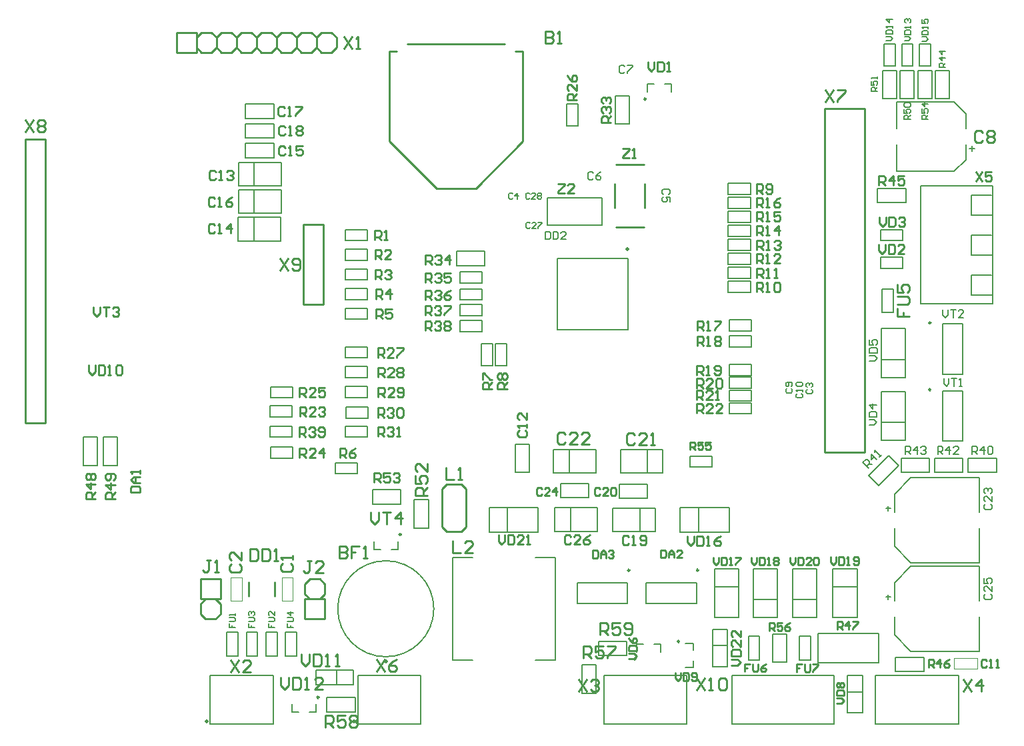
<source format=gto>
G04*
G04 #@! TF.GenerationSoftware,Altium Limited,Altium Designer,21.8.1 (53)*
G04*
G04 Layer_Color=65535*
%FSLAX44Y44*%
%MOMM*%
G71*
G04*
G04 #@! TF.SameCoordinates,DC6FBC13-50ED-4B09-903C-A93FE52865D5*
G04*
G04*
G04 #@! TF.FilePolarity,Positive*
G04*
G01*
G75*
%ADD10C,0.2500*%
%ADD11C,0.2000*%
%ADD12C,0.5000*%
%ADD13C,0.2540*%
%ADD14C,0.0500*%
%ADD15C,0.1500*%
%ADD16C,0.1800*%
D10*
X842250Y173500D02*
G03*
X842250Y173500I-1250J0D01*
G01*
X440250Y125000D02*
G03*
X440250Y125000I-1250J0D01*
G01*
X898000Y196000D02*
G03*
X898000Y196000I-1250J0D01*
G01*
X834750Y286500D02*
G03*
X834750Y286500I-1250J0D01*
G01*
X922250D02*
G03*
X922250Y286500I-1250J0D01*
G01*
X855500Y885500D02*
G03*
X855500Y885500I-1250J0D01*
G01*
X1217250Y601000D02*
G03*
X1217250Y601000I-1250J0D01*
G01*
Y516000D02*
G03*
X1217250Y516000I-1250J0D01*
G01*
X544500Y332000D02*
G03*
X544500Y332000I-1250J0D01*
G01*
X351000Y253500D02*
Y271500D01*
X384000Y253500D02*
Y271500D01*
D11*
X586000Y237500D02*
G03*
X586000Y237500I-61000J0D01*
G01*
X742500Y592500D02*
Y682500D01*
X832500Y592500D02*
Y682500D01*
X742500Y592500D02*
X832500D01*
X742500Y682500D02*
X832500D01*
X337500Y705000D02*
Y735000D01*
Y705000D02*
X391500D01*
Y735000D01*
X337500D02*
X391500D01*
X357500Y705000D02*
Y735000D01*
X844000Y182500D02*
Y192500D01*
X852000D01*
X874000Y182500D02*
Y192500D01*
X866000D02*
X874000D01*
X450000Y124500D02*
X486000D01*
X450000Y106500D02*
X486000D01*
X450000D02*
Y124500D01*
X486000Y106500D02*
Y124500D01*
X792250Y130000D02*
Y166000D01*
X774250Y130000D02*
Y166000D01*
X792250D01*
X774250Y130000D02*
X792250D01*
X795250Y178000D02*
X831250D01*
X795250Y196000D02*
X831250D01*
Y178000D02*
Y196000D01*
X795250Y178000D02*
Y196000D01*
X436000Y106000D02*
Y116000D01*
X428000Y106000D02*
X436000D01*
X406000D02*
Y116000D01*
Y106000D02*
X414000D01*
X905750Y193000D02*
X915750D01*
Y185000D02*
Y193000D01*
X905750Y163000D02*
X915750D01*
Y171000D01*
X768000Y244500D02*
Y270500D01*
X832000Y244500D02*
Y270500D01*
X768000Y244500D02*
X832000D01*
X768000Y270500D02*
X832000D01*
X855500D02*
X919500D01*
X855500Y244500D02*
X919500D01*
Y270500D01*
X855500Y244500D02*
Y270500D01*
X1094100Y90870D02*
Y153100D01*
X964560D02*
X1094100D01*
X964560Y90870D02*
Y153100D01*
Y90870D02*
X1094100D01*
X610000Y302500D02*
X635000D01*
X610000Y172500D02*
Y302500D01*
Y172500D02*
X635000D01*
X715000D02*
X740000D01*
Y302500D01*
X715000D02*
X740000D01*
X619000Y651500D02*
X647000D01*
X619000Y665500D02*
X647000D01*
Y651500D02*
Y665500D01*
X619000Y651500D02*
Y665500D01*
X961250Y531750D02*
X989250D01*
X961250Y517750D02*
X989250D01*
X961250D02*
Y531750D01*
X989250Y517750D02*
Y531750D01*
X989000Y590500D02*
Y604500D01*
X961000Y590500D02*
Y604500D01*
Y590500D02*
X989000D01*
X961000Y604500D02*
X989000D01*
Y570500D02*
Y584500D01*
X961000Y570500D02*
Y584500D01*
Y570500D02*
X989000D01*
X961000Y584500D02*
X989000D01*
X1171000Y318000D02*
Y340000D01*
X1192000Y296000D02*
X1279000D01*
X1171000Y317000D02*
Y318000D01*
Y317000D02*
X1192000Y296000D01*
X1279000D02*
Y340000D01*
Y360000D02*
Y404000D01*
X1171000Y383000D02*
X1192000Y404000D01*
X1171000Y382000D02*
Y383000D01*
X1192000Y404000D02*
X1279000D01*
X1171000Y360000D02*
Y382000D01*
X1160000Y365000D02*
X1166000D01*
X1163000Y362000D02*
Y368000D01*
X1155500Y614000D02*
Y644000D01*
X1169500D01*
Y614000D02*
Y644000D01*
X1155500Y614000D02*
X1169500D01*
X1153500Y670500D02*
Y684500D01*
X1181500Y670500D02*
Y684500D01*
X1153500D02*
X1181500D01*
X1153500Y670500D02*
X1181500D01*
X1153500Y705500D02*
Y719500D01*
X1181500Y705500D02*
Y719500D01*
X1153500D02*
X1181500D01*
X1153500Y705500D02*
X1181500D01*
X1269050Y738100D02*
X1295720D01*
X1269050D02*
Y763500D01*
X1294450D01*
X1269050Y712700D02*
X1294450D01*
X1269050Y687300D02*
Y712700D01*
Y687300D02*
X1295720D01*
X1269050Y636500D02*
X1295720D01*
X1269050D02*
Y661900D01*
X1294450D01*
X1204280Y775000D02*
X1295720D01*
X1204280Y625000D02*
Y775000D01*
Y625000D02*
X1295720D01*
Y775000D01*
X1149500Y753500D02*
Y771500D01*
X1185500Y753500D02*
Y771500D01*
X1149500D02*
X1185500D01*
X1149500Y753500D02*
X1185500D01*
X615000Y673750D02*
X651001D01*
X615000Y691750D02*
X651001D01*
Y673750D02*
Y691750D01*
X615000Y673750D02*
Y691750D01*
X989250Y534000D02*
Y548000D01*
X961250Y534000D02*
Y548000D01*
Y534000D02*
X989250D01*
X961250Y548000D02*
X989250D01*
X961250Y515500D02*
X989250D01*
X961250Y501500D02*
X989250D01*
X961250D02*
Y515500D01*
X989250Y501500D02*
Y515500D01*
X961250Y499250D02*
X989250D01*
X961250Y485250D02*
X989250D01*
X961250D02*
Y499250D01*
X989250Y485250D02*
Y499250D01*
X985500Y172500D02*
Y202500D01*
X999500D01*
Y172500D02*
Y202500D01*
X985500Y172500D02*
X999500D01*
X1016000Y169500D02*
X1034000D01*
X1016000Y205500D02*
X1034000D01*
X1016000Y169500D02*
Y205500D01*
X1034000Y169500D02*
Y205500D01*
X1050250Y172500D02*
Y202500D01*
X1064250D01*
Y172500D02*
Y202500D01*
X1050250Y172500D02*
X1064250D01*
X1074000Y168500D02*
Y206500D01*
X1151000Y168500D02*
Y206500D01*
X1074000D02*
X1151000D01*
X1074000Y168500D02*
X1151000D01*
X940000Y163500D02*
X959000D01*
X940000D02*
Y210500D01*
Y211500D01*
X959000D01*
Y163500D02*
Y211500D01*
X940000Y190500D02*
X959000D01*
X1163000Y249500D02*
Y255500D01*
X1160000Y252500D02*
X1166000D01*
X1171000Y247500D02*
Y269500D01*
X1192000Y291500D02*
X1279000D01*
X1171000Y269500D02*
Y270500D01*
X1192000Y291500D01*
X1279000Y247500D02*
Y291500D01*
Y183500D02*
Y227500D01*
X1171000Y204500D02*
X1192000Y183500D01*
X1171000Y204500D02*
Y205500D01*
X1192000Y183500D02*
X1279000D01*
X1171000Y205500D02*
Y227500D01*
X1172250Y157750D02*
X1208250D01*
X1172250Y175750D02*
X1208250D01*
Y157750D02*
Y175750D01*
X1172250Y157750D02*
Y175750D01*
X1111250Y132000D02*
X1130250D01*
Y105000D02*
Y153000D01*
X1111250D02*
X1130250D01*
X1111250Y152000D02*
Y153000D01*
Y105000D02*
Y152000D01*
Y105000D02*
X1130250D01*
X1147060Y90870D02*
X1252470D01*
X1147060D02*
Y153100D01*
X1252470D01*
Y90870D02*
Y153100D01*
X802060Y90870D02*
X907470D01*
X802060D02*
Y153100D01*
X907470D01*
Y90870D02*
Y153100D01*
X1123500Y226500D02*
Y288500D01*
X1092500D02*
X1123500D01*
X1092500Y226500D02*
Y288500D01*
Y226500D02*
X1123500D01*
X1092500Y265500D02*
X1123500D01*
X1041500Y249500D02*
X1072500D01*
X1041500Y288500D02*
X1072500D01*
Y226500D02*
Y288500D01*
X1041500Y226500D02*
X1072500D01*
X1041500D02*
Y288500D01*
X991500Y249500D02*
X1022500D01*
X991500Y288500D02*
X1022500D01*
Y226500D02*
Y288500D01*
X991500Y226500D02*
X1022500D01*
X991500D02*
Y288500D01*
X942500Y265500D02*
X973500D01*
X942500Y226500D02*
X973500D01*
X942500D02*
Y288500D01*
X973500D01*
Y226500D02*
Y288500D01*
X939250Y417750D02*
Y431750D01*
X911250Y417750D02*
Y431750D01*
Y417750D02*
X939250D01*
X911250Y431750D02*
X939250D01*
X821500Y377750D02*
X857500D01*
X821500Y395750D02*
X857500D01*
Y377750D02*
Y395750D01*
X821500Y377750D02*
Y395750D01*
X783000Y378500D02*
Y396500D01*
X747000Y378500D02*
Y396500D01*
Y378500D02*
X783000D01*
X747000Y396500D02*
X783000D01*
X679500Y335000D02*
Y366000D01*
X718500Y335000D02*
Y366000D01*
X656500Y335000D02*
X718500D01*
X656500D02*
Y366000D01*
X718500D01*
X759500Y335750D02*
Y365750D01*
X739500D02*
X793500D01*
Y335750D02*
Y365750D01*
X739500Y335750D02*
X793500D01*
X739500D02*
Y365750D01*
X922000Y335000D02*
Y366000D01*
X961000Y335000D02*
Y366000D01*
X899000Y335000D02*
X961000D01*
X899000D02*
Y366000D01*
X961000D01*
X847500Y335500D02*
Y365500D01*
X813500Y335500D02*
X867500D01*
X813500D02*
Y365500D01*
X867500D01*
Y335500D02*
Y365500D01*
X857000Y410000D02*
Y440000D01*
X823000Y410000D02*
X877000D01*
X823000D02*
Y440000D01*
X877000D01*
Y410000D02*
Y440000D01*
X758000Y410000D02*
Y440000D01*
X738000D02*
X792000D01*
Y410000D02*
Y440000D01*
X738000Y410000D02*
X792000D01*
X738000D02*
Y440000D01*
X689250Y446750D02*
X707250D01*
X689250Y410750D02*
X707250D01*
Y446750D01*
X689250Y410750D02*
Y446750D01*
X664500Y546500D02*
X678500D01*
X664500Y574500D02*
X678500D01*
X664500Y546500D02*
Y574500D01*
X678500Y546500D02*
Y574500D01*
X646750Y546500D02*
X660750D01*
X646750Y574500D02*
X660750D01*
X646750Y546500D02*
Y574500D01*
X660750Y546500D02*
Y574500D01*
X988000Y764250D02*
Y778250D01*
X960000Y764250D02*
Y778250D01*
Y764250D02*
X988000D01*
X960000Y778250D02*
X988000D01*
X987999Y746500D02*
Y760500D01*
X960000Y746500D02*
Y760500D01*
Y746500D02*
X987999D01*
X960000Y760500D02*
X987999D01*
X960000Y724750D02*
X988000D01*
X960000Y710750D02*
X988000D01*
X960000D02*
Y724750D01*
X988000Y710750D02*
Y724750D01*
X960000Y707000D02*
X988000D01*
X960000Y693000D02*
X988000D01*
X960000D02*
Y707000D01*
X988000Y693000D02*
Y707000D01*
Y675500D02*
Y689500D01*
X960000Y675500D02*
Y689500D01*
Y675500D02*
X988000D01*
X960000Y689500D02*
X988000D01*
Y657500D02*
Y671500D01*
X960000Y657500D02*
Y671500D01*
Y657500D02*
X988000D01*
X960000Y671500D02*
X988000D01*
Y639750D02*
Y653750D01*
X960000Y639750D02*
Y653750D01*
Y639750D02*
X988000D01*
X960000Y653750D02*
X988000D01*
X730500Y725000D02*
Y760000D01*
X797000D01*
X800000D01*
Y725000D02*
Y760000D01*
X730500Y725000D02*
X800000D01*
X754750Y879000D02*
X768750D01*
X754750Y851000D02*
X768750D01*
Y879000D01*
X754750Y851000D02*
Y879000D01*
X879250Y904500D02*
X887250D01*
Y894500D02*
Y904500D01*
X857250D02*
X865250D01*
X857250Y894500D02*
Y904500D01*
X816250Y889750D02*
X834250D01*
X816250Y853750D02*
X834250D01*
Y889750D01*
X816250Y853750D02*
Y889750D01*
X619000Y590000D02*
X647000D01*
X619000Y604000D02*
X647000D01*
Y590000D02*
Y604000D01*
X619000Y590000D02*
Y604000D01*
X618999Y610000D02*
Y624000D01*
X647000Y610000D02*
Y624000D01*
X618999D02*
X647000D01*
X618999Y610000D02*
X647000D01*
X619000Y630000D02*
Y644000D01*
X647000Y630000D02*
Y644000D01*
X619000D02*
X647000D01*
X619000Y630000D02*
X647000D01*
X561250Y340250D02*
X579250D01*
X561250Y376250D02*
X579250D01*
X561250Y340250D02*
Y376250D01*
X579250Y340250D02*
Y376250D01*
X508000Y370750D02*
Y388750D01*
X544000Y370750D02*
Y388750D01*
X508000D02*
X544000D01*
X508000Y370750D02*
X544000D01*
X463000Y140750D02*
Y159750D01*
X436000Y140750D02*
X484000D01*
Y159750D01*
X483000D02*
X484000D01*
X436000D02*
X483000D01*
X436000Y140750D02*
Y159750D01*
X382070Y90870D02*
Y153100D01*
X302060D02*
X382070D01*
X302060Y90870D02*
Y153100D01*
Y90870D02*
X382070D01*
X489560D02*
X569570D01*
X489560D02*
Y153100D01*
X569570D01*
Y90870D02*
Y153100D01*
X397500Y207500D02*
X411500D01*
X397500Y177500D02*
Y207500D01*
Y177500D02*
X411500D01*
Y207500D01*
X373000D02*
X387000D01*
X373000Y177500D02*
Y207500D01*
Y177500D02*
X387000D01*
Y207500D01*
X348000D02*
X362000D01*
X348000Y177500D02*
Y207500D01*
Y177500D02*
X362000D01*
Y207500D01*
X323000D02*
X337000D01*
X323000Y177500D02*
Y207500D01*
Y177500D02*
X337000D01*
Y207500D01*
X166000Y455500D02*
X184000D01*
X166000Y419500D02*
X184000D01*
Y455500D01*
X166000Y419500D02*
Y455500D01*
X141000Y419500D02*
Y455500D01*
X159000Y419500D02*
Y455500D01*
X141000Y419500D02*
X159000D01*
X141000Y455500D02*
X159000D01*
X358000Y740000D02*
Y770000D01*
X338000D02*
X392000D01*
Y740000D02*
Y770000D01*
X338000Y740000D02*
X392000D01*
X338000D02*
Y770000D01*
X378500Y429000D02*
X406500D01*
X378500Y443000D02*
X406500D01*
Y429000D02*
Y443000D01*
X378500Y429000D02*
Y443000D01*
X378250Y455500D02*
X406250D01*
X378250Y469500D02*
X406250D01*
Y455500D02*
Y469500D01*
X378250Y455500D02*
Y469500D01*
X378250Y481500D02*
Y495500D01*
X406250Y481500D02*
Y495500D01*
X378250D02*
X406250D01*
X378250Y481500D02*
X406250D01*
X378500Y505750D02*
Y519750D01*
X406500Y505750D02*
Y519750D01*
X378500D02*
X406500D01*
X378500Y505750D02*
X406500D01*
X473750Y455750D02*
Y469750D01*
X501750Y455750D02*
Y469750D01*
X473750D02*
X501750D01*
X473750Y455750D02*
X501750D01*
X474250Y479750D02*
Y493750D01*
X502250Y479750D02*
Y493750D01*
X474250D02*
X502250D01*
X474250Y479750D02*
X502250D01*
X473750Y506000D02*
Y520000D01*
X501750Y506000D02*
Y520000D01*
X473750D02*
X501750D01*
X473750Y506000D02*
X501750D01*
X473750Y531250D02*
X501750D01*
X473750Y545250D02*
X501750D01*
Y531250D02*
Y545250D01*
X473750Y531250D02*
Y545250D01*
Y556250D02*
X501750D01*
X473750Y570250D02*
X501750D01*
Y556250D02*
Y570250D01*
X473750Y556250D02*
Y570250D01*
X461250Y409250D02*
X489250D01*
X461250Y423250D02*
X489250D01*
Y409250D02*
Y423250D01*
X461250Y409250D02*
Y423250D01*
X473500Y655500D02*
X501500D01*
X473500Y669500D02*
X501500D01*
Y655500D02*
Y669500D01*
X473500Y655500D02*
Y669500D01*
Y680500D02*
X501500D01*
X473500Y694500D02*
X501500D01*
Y680500D02*
Y694500D01*
X473500Y680500D02*
Y694500D01*
Y705500D02*
X501500D01*
X473500Y719500D02*
X501500D01*
Y705500D02*
Y719500D01*
X473500Y705500D02*
Y719500D01*
X358000Y775000D02*
Y805000D01*
X338000D02*
X392000D01*
Y775000D02*
Y805000D01*
X338000Y775000D02*
X392000D01*
X338000D02*
Y805000D01*
X383000Y811000D02*
Y829000D01*
X347000Y811000D02*
Y829000D01*
Y811000D02*
X383000D01*
X347000Y829000D02*
X383000D01*
Y836000D02*
Y854000D01*
X347000Y836000D02*
Y854000D01*
Y836000D02*
X383000D01*
X347000Y854000D02*
X383000D01*
Y861000D02*
Y879000D01*
X347000Y861000D02*
Y879000D01*
Y861000D02*
X383000D01*
X347000Y879000D02*
X383000D01*
X1269500Y819500D02*
Y825500D01*
X1266500Y822500D02*
X1272500D01*
X1173500Y793500D02*
X1246500D01*
X1261500Y808500D02*
Y827500D01*
X1246500Y793500D02*
X1261500Y808500D01*
X1173500Y793500D02*
Y827500D01*
Y847500D02*
Y881500D01*
X1246500D02*
X1261500Y866500D01*
Y847500D02*
Y866500D01*
X1173500Y881500D02*
X1246500D01*
X1154000Y554500D02*
X1185000D01*
X1154000Y593500D02*
X1185000D01*
Y531500D02*
Y593500D01*
X1154000Y531500D02*
X1185000D01*
X1154000D02*
Y593500D01*
X1232000Y535500D02*
X1258000D01*
X1232000Y599500D02*
X1258000D01*
Y535500D02*
Y599500D01*
X1232000Y535500D02*
Y599500D01*
Y450500D02*
Y514500D01*
X1258000Y450500D02*
Y514500D01*
X1232000D02*
X1258000D01*
X1232000Y450500D02*
X1258000D01*
X1154000Y451500D02*
Y513500D01*
Y451500D02*
X1185000D01*
Y513500D01*
X1154000D02*
X1185000D01*
X1154000Y474500D02*
X1185000D01*
X1137908Y406636D02*
X1163364Y432092D01*
X1150636Y393908D02*
X1176092Y419364D01*
X1137908Y406636D02*
X1150636Y393908D01*
X1163364Y432092D02*
X1176092Y419364D01*
X1215500Y411000D02*
Y429000D01*
X1179500Y411000D02*
Y429000D01*
Y411000D02*
X1215500D01*
X1179500Y429000D02*
X1215500D01*
X1222000Y411000D02*
Y429000D01*
X1258000Y411000D02*
Y429000D01*
X1222000D02*
X1258000D01*
X1222000Y411000D02*
X1258000D01*
X1264500D02*
Y429000D01*
X1300500Y411000D02*
Y429000D01*
X1264500D02*
X1300500D01*
X1264500Y411000D02*
X1300500D01*
X1222750Y921750D02*
X1240750D01*
X1222750Y885750D02*
X1240750D01*
Y921750D01*
X1222750Y885750D02*
Y921750D01*
X510250Y313000D02*
X518250D01*
X510250D02*
Y323000D01*
X532250Y313000D02*
X540250D01*
Y323000D01*
X1155750Y921750D02*
X1173750D01*
X1155750Y885750D02*
X1173750D01*
Y921750D01*
X1155750Y885750D02*
Y921750D01*
X1178250D02*
X1196250D01*
X1178250Y885750D02*
X1196250D01*
Y921750D01*
X1178250Y885750D02*
Y921750D01*
X1200750D02*
X1218750D01*
X1200750Y885750D02*
X1218750D01*
Y921750D01*
X1200750Y885750D02*
Y921750D01*
X1202750Y927250D02*
X1216750D01*
X1202750Y955250D02*
X1216750D01*
X1202750Y927250D02*
Y955250D01*
X1216750Y927250D02*
Y955250D01*
X1180250Y927250D02*
X1194250D01*
X1180250Y955250D02*
X1194250D01*
X1180250Y927250D02*
Y955250D01*
X1194250Y927250D02*
Y955250D01*
X1157750Y927250D02*
X1171750D01*
X1157750Y955250D02*
X1171750D01*
X1157750Y927250D02*
Y955250D01*
X1171750Y927250D02*
Y955250D01*
X988000Y728750D02*
Y742750D01*
X960000Y728750D02*
Y742750D01*
Y728750D02*
X988000D01*
X960000Y742750D02*
X988000D01*
X473500Y630500D02*
Y644500D01*
X501500Y630500D02*
Y644500D01*
X473500D02*
X501500D01*
X473500Y630500D02*
X501500D01*
X473500Y605500D02*
Y619500D01*
X501500Y605500D02*
Y619500D01*
X473500D02*
X501500D01*
X473500Y605500D02*
X501500D01*
X1206001Y959005D02*
X1211333D01*
X1213999Y961670D01*
X1211333Y964336D01*
X1206001D01*
Y967002D02*
X1213999D01*
Y971001D01*
X1212666Y972334D01*
X1207334D01*
X1206001Y971001D01*
Y967002D01*
X1213999Y974999D02*
Y977665D01*
Y976332D01*
X1206001D01*
X1207334Y974999D01*
X1206001Y986995D02*
Y981664D01*
X1210000D01*
X1208667Y984330D01*
Y985663D01*
X1210000Y986995D01*
X1212666D01*
X1213999Y985663D01*
Y982997D01*
X1212666Y981664D01*
X1160501Y959754D02*
X1165833D01*
X1168499Y962420D01*
X1165833Y965086D01*
X1160501D01*
Y967752D02*
X1168499D01*
Y971751D01*
X1167166Y973084D01*
X1161834D01*
X1160501Y971751D01*
Y967752D01*
X1168499Y975749D02*
Y978415D01*
Y977082D01*
X1160501D01*
X1161834Y975749D01*
X1168499Y986413D02*
X1160501D01*
X1164500Y982414D01*
Y987746D01*
X1184001Y959504D02*
X1189333D01*
X1191999Y962170D01*
X1189333Y964836D01*
X1184001D01*
Y967502D02*
X1191999D01*
Y971501D01*
X1190666Y972834D01*
X1185334D01*
X1184001Y971501D01*
Y967502D01*
X1191999Y975499D02*
Y978165D01*
Y976832D01*
X1184001D01*
X1185334Y975499D01*
Y982164D02*
X1184001Y983497D01*
Y986163D01*
X1185334Y987495D01*
X1186667D01*
X1188000Y986163D01*
Y984830D01*
Y986163D01*
X1189333Y987495D01*
X1190666D01*
X1191999Y986163D01*
Y983497D01*
X1190666Y982164D01*
X1213749Y859587D02*
X1205751D01*
Y863586D01*
X1207084Y864918D01*
X1209750D01*
X1211083Y863586D01*
Y859587D01*
Y862253D02*
X1213749Y864918D01*
X1205751Y872916D02*
Y867584D01*
X1209750D01*
X1208417Y870250D01*
Y871583D01*
X1209750Y872916D01*
X1212416D01*
X1213749Y871583D01*
Y868917D01*
X1212416Y867584D01*
X1213749Y879580D02*
X1205751D01*
X1209750Y875582D01*
Y880913D01*
X1149374Y895045D02*
X1141376D01*
Y899043D01*
X1142709Y900376D01*
X1145375D01*
X1146708Y899043D01*
Y895045D01*
Y897710D02*
X1149374Y900376D01*
X1141376Y908374D02*
Y903042D01*
X1145375D01*
X1144042Y905708D01*
Y907041D01*
X1145375Y908374D01*
X1148041D01*
X1149374Y907041D01*
Y904375D01*
X1148041Y903042D01*
X1149374Y911040D02*
Y913705D01*
Y912372D01*
X1141376D01*
X1142709Y911040D01*
X1191249Y859337D02*
X1183251D01*
Y863335D01*
X1184584Y864668D01*
X1187250D01*
X1188583Y863335D01*
Y859337D01*
Y862003D02*
X1191249Y864668D01*
X1183251Y872666D02*
Y867334D01*
X1187250D01*
X1185917Y870000D01*
Y871333D01*
X1187250Y872666D01*
X1189916D01*
X1191249Y871333D01*
Y868667D01*
X1189916Y867334D01*
X1184584Y875332D02*
X1183251Y876665D01*
Y879330D01*
X1184584Y880663D01*
X1189916D01*
X1191249Y879330D01*
Y876665D01*
X1189916Y875332D01*
X1184584D01*
X1235749Y925837D02*
X1227751D01*
Y929836D01*
X1229084Y931168D01*
X1231750D01*
X1233083Y929836D01*
Y925837D01*
Y928503D02*
X1235749Y931168D01*
Y937833D02*
X1227751D01*
X1231750Y933834D01*
Y939166D01*
X1235749Y945830D02*
X1227751D01*
X1231750Y941832D01*
Y947163D01*
X1184671Y433752D02*
Y443748D01*
X1189669D01*
X1191336Y442082D01*
Y438750D01*
X1189669Y437084D01*
X1184671D01*
X1188003D02*
X1191336Y433752D01*
X1199666D02*
Y443748D01*
X1194668Y438750D01*
X1201332D01*
X1204665Y442082D02*
X1206331Y443748D01*
X1209663D01*
X1211329Y442082D01*
Y440416D01*
X1209663Y438750D01*
X1207997D01*
X1209663D01*
X1211329Y437084D01*
Y435418D01*
X1209663Y433752D01*
X1206331D01*
X1204665Y435418D01*
X1225921Y433752D02*
Y443748D01*
X1230919D01*
X1232586Y442082D01*
Y438750D01*
X1230919Y437084D01*
X1225921D01*
X1229253D02*
X1232586Y433752D01*
X1240916D02*
Y443748D01*
X1235918Y438750D01*
X1242582D01*
X1252579Y433752D02*
X1245915D01*
X1252579Y440416D01*
Y442082D01*
X1250913Y443748D01*
X1247581D01*
X1245915Y442082D01*
X1138037Y416219D02*
X1130969Y423288D01*
X1134503Y426822D01*
X1136859D01*
X1139216Y424466D01*
Y422109D01*
X1135681Y418575D01*
X1138037Y420931D02*
X1142750D01*
X1148641Y426822D02*
X1141572Y433891D01*
Y426822D01*
X1146284Y431534D01*
X1152175Y430356D02*
X1154531Y432713D01*
X1153353Y431534D01*
X1146284Y438603D01*
Y436247D01*
X1269421Y433752D02*
Y443748D01*
X1274419D01*
X1276086Y442082D01*
Y438750D01*
X1274419Y437084D01*
X1269421D01*
X1272753D02*
X1276086Y433752D01*
X1284416D02*
Y443748D01*
X1279418Y438750D01*
X1286082D01*
X1289415Y442082D02*
X1291081Y443748D01*
X1294413D01*
X1296079Y442082D01*
Y435418D01*
X1294413Y433752D01*
X1291081D01*
X1289415Y435418D01*
Y442082D01*
X1286668Y256336D02*
X1285002Y254669D01*
Y251337D01*
X1286668Y249671D01*
X1293332D01*
X1294998Y251337D01*
Y254669D01*
X1293332Y256336D01*
X1294998Y266332D02*
Y259668D01*
X1288334Y266332D01*
X1286668D01*
X1285002Y264666D01*
Y261334D01*
X1286668Y259668D01*
X1285002Y276329D02*
Y269664D01*
X1290000D01*
X1288334Y272997D01*
Y274663D01*
X1290000Y276329D01*
X1293332D01*
X1294998Y274663D01*
Y271331D01*
X1293332Y269664D01*
X1286418Y370336D02*
X1284752Y368669D01*
Y365337D01*
X1286418Y363671D01*
X1293082D01*
X1294748Y365337D01*
Y368669D01*
X1293082Y370336D01*
X1294748Y380332D02*
Y373668D01*
X1288084Y380332D01*
X1286418D01*
X1284752Y378666D01*
Y375334D01*
X1286418Y373668D01*
Y383665D02*
X1284752Y385331D01*
Y388663D01*
X1286418Y390329D01*
X1288084D01*
X1289750Y388663D01*
Y386997D01*
Y388663D01*
X1291416Y390329D01*
X1293082D01*
X1294748Y388663D01*
Y385331D01*
X1293082Y383665D01*
X1139502Y552421D02*
X1146166D01*
X1149498Y555753D01*
X1146166Y559086D01*
X1139502D01*
Y562418D02*
X1149498D01*
Y567416D01*
X1147832Y569082D01*
X1141168D01*
X1139502Y567416D01*
Y562418D01*
Y579079D02*
Y572415D01*
X1144500D01*
X1142834Y575747D01*
Y577413D01*
X1144500Y579079D01*
X1147832D01*
X1149498Y577413D01*
Y574081D01*
X1147832Y572415D01*
X1138752Y471421D02*
X1145416D01*
X1148748Y474753D01*
X1145416Y478086D01*
X1138752D01*
Y481418D02*
X1148748D01*
Y486416D01*
X1147082Y488082D01*
X1140418D01*
X1138752Y486416D01*
Y481418D01*
X1148748Y496413D02*
X1138752D01*
X1143750Y491414D01*
Y498079D01*
X1232171Y617248D02*
Y610584D01*
X1235503Y607252D01*
X1238836Y610584D01*
Y617248D01*
X1242168D02*
X1248832D01*
X1245500D01*
Y607252D01*
X1258829D02*
X1252165D01*
X1258829Y613916D01*
Y615582D01*
X1257163Y617248D01*
X1253831D01*
X1252165Y615582D01*
X1047584Y510835D02*
X1046251Y509502D01*
Y506836D01*
X1047584Y505503D01*
X1052916D01*
X1054249Y506836D01*
Y509502D01*
X1052916Y510835D01*
X1054249Y513501D02*
Y516166D01*
Y514834D01*
X1046251D01*
X1047584Y513501D01*
Y520165D02*
X1046251Y521498D01*
Y524164D01*
X1047584Y525497D01*
X1052916D01*
X1054249Y524164D01*
Y521498D01*
X1052916Y520165D01*
X1047584D01*
X1034334Y517417D02*
X1033001Y516084D01*
Y513418D01*
X1034334Y512085D01*
X1039666D01*
X1040999Y513418D01*
Y516084D01*
X1039666Y517417D01*
Y520083D02*
X1040999Y521416D01*
Y524082D01*
X1039666Y525415D01*
X1034334D01*
X1033001Y524082D01*
Y521416D01*
X1034334Y520083D01*
X1035667D01*
X1037000Y521416D01*
Y525415D01*
X828334Y926332D02*
X826668Y927998D01*
X823335D01*
X821669Y926332D01*
Y919668D01*
X823335Y918002D01*
X826668D01*
X828334Y919668D01*
X831666Y927998D02*
X838331D01*
Y926332D01*
X831666Y919668D01*
Y918002D01*
X1233587Y530248D02*
Y523584D01*
X1236919Y520252D01*
X1240252Y523584D01*
Y530248D01*
X1243584D02*
X1250248D01*
X1246916D01*
Y520252D01*
X1253581D02*
X1256913D01*
X1255247D01*
Y530248D01*
X1253581Y528582D01*
X788334Y791332D02*
X786668Y792998D01*
X783335D01*
X781669Y791332D01*
Y784668D01*
X783335Y783002D01*
X786668D01*
X788334Y784668D01*
X798331Y792998D02*
X794998Y791332D01*
X791666Y788000D01*
Y784668D01*
X793332Y783002D01*
X796665D01*
X798331Y784668D01*
Y786334D01*
X796665Y788000D01*
X791666D01*
X884082Y764416D02*
X885748Y766082D01*
Y769415D01*
X884082Y771081D01*
X877418D01*
X875751Y769415D01*
Y766082D01*
X877418Y764416D01*
X885748Y754419D02*
Y761084D01*
X880750D01*
X882416Y757752D01*
Y756086D01*
X880750Y754419D01*
X877418D01*
X875751Y756086D01*
Y759418D01*
X877418Y761084D01*
X1060334Y516417D02*
X1059001Y515084D01*
Y512418D01*
X1060334Y511086D01*
X1065666D01*
X1066999Y512418D01*
Y515084D01*
X1065666Y516417D01*
X1060334Y519083D02*
X1059001Y520416D01*
Y523082D01*
X1060334Y524414D01*
X1061667D01*
X1063000Y523082D01*
Y521749D01*
Y523082D01*
X1064333Y524414D01*
X1065666D01*
X1066999Y523082D01*
Y520416D01*
X1065666Y519083D01*
X727421Y716998D02*
Y707002D01*
X732419D01*
X734085Y708668D01*
Y715332D01*
X732419Y716998D01*
X727421D01*
X737418D02*
Y707002D01*
X742416D01*
X744082Y708668D01*
Y715332D01*
X742416Y716998D01*
X737418D01*
X754079Y707002D02*
X747414D01*
X754079Y713666D01*
Y715332D01*
X752413Y716998D01*
X749081D01*
X747414Y715332D01*
D12*
X831500Y694500D02*
D03*
X297500Y94000D02*
D03*
X485000D02*
D03*
X525000Y170500D02*
D03*
D13*
X529250Y831500D02*
Y946500D01*
Y831500D02*
X589250Y771500D01*
X639250D01*
X699250Y831500D01*
Y946500D01*
X529250D02*
X539250D01*
X689250D02*
X699250D01*
X552557Y955500D02*
X676227D01*
X816000Y747500D02*
Y777500D01*
X854000Y747500D02*
Y777500D01*
X817000Y722500D02*
X853000D01*
X817000Y802500D02*
X853000D01*
X602750Y335750D02*
X620750D01*
X596750Y341750D02*
X602750Y335750D01*
X596750Y389750D02*
X602750Y395750D01*
X620750D01*
X596750Y341750D02*
Y389750D01*
X620750Y335750D02*
X626750Y341750D01*
X620750Y395750D02*
X626750Y389750D01*
Y341750D02*
Y389750D01*
X447700Y224600D02*
Y250000D01*
X441350D02*
X447700Y256350D01*
Y269050D01*
X441350Y275400D02*
X447700Y269050D01*
X428650Y275400D02*
X441350D01*
X422300Y269050D02*
X428650Y275400D01*
X422300Y256350D02*
Y269050D01*
Y256350D02*
X428650Y250000D01*
X422300Y224600D02*
X447700D01*
X422300Y250000D02*
X447700D01*
X422300Y224600D02*
Y250000D01*
X315200D02*
Y275400D01*
X289800Y250000D02*
X315200D01*
X289800Y275400D02*
X315200D01*
X308850Y250000D02*
X315200Y243650D01*
Y230950D02*
Y243650D01*
X308850Y224600D02*
X315200Y230950D01*
X296150Y224600D02*
X308850D01*
X289800Y230950D02*
X296150Y224600D01*
X289800Y230950D02*
Y243650D01*
X296150Y250000D01*
X289800D02*
Y275400D01*
X420550Y725600D02*
X445950D01*
Y624000D02*
Y725600D01*
X420550Y624000D02*
Y725600D01*
Y624000D02*
X445950D01*
X437000Y950900D02*
X443350Y944550D01*
X456050D01*
X462400Y950900D01*
X456050Y969950D02*
X462400Y963600D01*
X443350Y969950D02*
X456050D01*
X437000Y963600D02*
X443350Y969950D01*
X462400Y950900D02*
Y963600D01*
X386200Y950900D02*
X392550Y944550D01*
X405250D01*
X411600Y950900D01*
X405250Y969950D02*
X411600Y963600D01*
X392550Y969950D02*
X405250D01*
X386200Y963600D02*
X392550Y969950D01*
X411600Y950900D02*
Y963600D01*
X259200Y969950D02*
X284600D01*
Y944550D02*
Y969950D01*
X259200Y944550D02*
Y969950D01*
X284600Y963600D02*
X290950Y969950D01*
X303650D01*
X310000Y963600D01*
Y950900D02*
Y963600D01*
X303650Y944550D02*
X310000Y950900D01*
X290950Y944550D02*
X303650D01*
X284600Y950900D02*
X290950Y944550D01*
X259200D02*
X284600D01*
X310000Y950900D02*
X316350Y944550D01*
X329050D01*
X335400Y950900D01*
Y963600D01*
X329050Y969950D02*
X335400Y963600D01*
X316350Y969950D02*
X329050D01*
X310000Y963600D02*
X316350Y969950D01*
X335400Y950900D02*
X341750Y944550D01*
X354450D01*
X360800Y950900D01*
Y963600D01*
X354450Y969950D02*
X360800Y963600D01*
X341750Y969950D02*
X354450D01*
X335400Y963600D02*
X341750Y969950D01*
X360800Y950900D02*
X367150Y944550D01*
X379850D01*
X386200Y950900D01*
Y963600D01*
X379850Y969950D02*
X386200Y963600D01*
X367150Y969950D02*
X379850D01*
X360800Y963600D02*
X367150Y969950D01*
X411600Y963600D02*
X417950Y969950D01*
X430650D01*
X437000Y963600D01*
X430650Y944550D02*
X437000Y950900D01*
X417950Y944550D02*
X430650D01*
X411600Y950900D02*
X417950Y944550D01*
X437000Y950900D02*
Y963600D01*
X67300Y834440D02*
X92700D01*
Y473760D02*
Y834440D01*
X67300Y473760D02*
X92700D01*
X67300D02*
Y834440D01*
X1082300Y436010D02*
X1133100D01*
Y872890D01*
X1082300D02*
X1133100D01*
X1082300Y436010D02*
Y872890D01*
X796798Y204724D02*
Y219959D01*
X804416D01*
X806955Y217420D01*
Y212341D01*
X804416Y209802D01*
X796798D01*
X801876D02*
X806955Y204724D01*
X822190Y219959D02*
X812033D01*
Y212341D01*
X817111Y214881D01*
X819651D01*
X822190Y212341D01*
Y207263D01*
X819651Y204724D01*
X814572D01*
X812033Y207263D01*
X827268D02*
X829807Y204724D01*
X834886D01*
X837425Y207263D01*
Y217420D01*
X834886Y219959D01*
X829807D01*
X827268Y217420D01*
Y214881D01*
X829807Y212341D01*
X837425D01*
X448187Y86882D02*
Y102118D01*
X455804D01*
X458343Y99578D01*
Y94500D01*
X455804Y91961D01*
X448187D01*
X453265D02*
X458343Y86882D01*
X473578Y102118D02*
X463422D01*
Y94500D01*
X468500Y97039D01*
X471039D01*
X473578Y94500D01*
Y89422D01*
X471039Y86882D01*
X465961D01*
X463422Y89422D01*
X478657Y99578D02*
X481196Y102118D01*
X486274D01*
X488813Y99578D01*
Y97039D01*
X486274Y94500D01*
X488813Y91961D01*
Y89422D01*
X486274Y86882D01*
X481196D01*
X478657Y89422D01*
Y91961D01*
X481196Y94500D01*
X478657Y97039D01*
Y99578D01*
X481196Y94500D02*
X486274D01*
X775716Y174498D02*
Y189733D01*
X783334D01*
X785873Y187194D01*
Y182115D01*
X783334Y179576D01*
X775716D01*
X780794D02*
X785873Y174498D01*
X801108Y189733D02*
X790951D01*
Y182115D01*
X796029Y184655D01*
X798569D01*
X801108Y182115D01*
Y177037D01*
X798569Y174498D01*
X793490D01*
X790951Y177037D01*
X806186Y189733D02*
X816343D01*
Y187194D01*
X806186Y177037D01*
Y174498D01*
X874171Y312248D02*
Y302251D01*
X879169D01*
X880835Y303918D01*
Y310582D01*
X879169Y312248D01*
X874171D01*
X884168Y302251D02*
Y308916D01*
X887500Y312248D01*
X890832Y308916D01*
Y302251D01*
Y307250D01*
X884168D01*
X900829Y302251D02*
X894164D01*
X900829Y308916D01*
Y310582D01*
X899163Y312248D01*
X895831D01*
X894164Y310582D01*
X727343Y971117D02*
Y955882D01*
X734961D01*
X737500Y958422D01*
Y960961D01*
X734961Y963500D01*
X727343D01*
X734961D01*
X737500Y966039D01*
Y968578D01*
X734961Y971117D01*
X727343D01*
X742578Y955882D02*
X747657D01*
X745118D01*
Y971117D01*
X742578Y968578D01*
X201002Y385504D02*
X212998D01*
Y391503D01*
X210999Y393502D01*
X203001D01*
X201002Y391503D01*
Y385504D01*
X212998Y397501D02*
X205001D01*
X201002Y401499D01*
X205001Y405498D01*
X212998D01*
X207000D01*
Y397501D01*
X212998Y409497D02*
Y413495D01*
Y411496D01*
X201002D01*
X203001Y409497D01*
X1083564Y897377D02*
X1093721Y882142D01*
Y897377D02*
X1083564Y882142D01*
X1098799Y897377D02*
X1108956D01*
Y894838D01*
X1098799Y884681D01*
Y882142D01*
X744003Y777998D02*
X752001D01*
Y775999D01*
X744003Y768001D01*
Y766002D01*
X752001D01*
X763997D02*
X755999D01*
X763997Y773999D01*
Y775999D01*
X761997Y777998D01*
X757999D01*
X755999Y775999D01*
X919956Y149117D02*
X930113Y133883D01*
Y149117D02*
X919956Y133883D01*
X935191D02*
X940270D01*
X937730D01*
Y149117D01*
X935191Y146578D01*
X947887D02*
X950426Y149117D01*
X955505D01*
X958044Y146578D01*
Y136422D01*
X955505Y133883D01*
X950426D01*
X947887Y136422D01*
Y146578D01*
X390304Y682868D02*
X400461Y667633D01*
Y682868D02*
X390304Y667633D01*
X405539Y670172D02*
X408078Y667633D01*
X413157D01*
X415696Y670172D01*
Y680328D01*
X413157Y682868D01*
X408078D01*
X405539Y680328D01*
Y677789D01*
X408078Y675250D01*
X415696D01*
X67554Y858617D02*
X77711Y843382D01*
Y858617D02*
X67554Y843382D01*
X82789Y856078D02*
X85328Y858617D01*
X90407D01*
X92946Y856078D01*
Y853539D01*
X90407Y851000D01*
X92946Y848461D01*
Y845922D01*
X90407Y843382D01*
X85328D01*
X82789Y845922D01*
Y848461D01*
X85328Y851000D01*
X82789Y853539D01*
Y856078D01*
X85328Y851000D02*
X90407D01*
X506187Y360117D02*
Y349961D01*
X511265Y344883D01*
X516343Y349961D01*
Y360117D01*
X521422D02*
X531578D01*
X526500D01*
Y344883D01*
X544274D02*
Y360117D01*
X536657Y352500D01*
X546813D01*
X963752Y165507D02*
X971749D01*
X975748Y169506D01*
X971749Y173505D01*
X963752D01*
Y177503D02*
X975748D01*
Y183501D01*
X973749Y185501D01*
X965751D01*
X963752Y183501D01*
Y177503D01*
X975748Y197497D02*
Y189499D01*
X967751Y197497D01*
X965751D01*
X963752Y195497D01*
Y191499D01*
X965751Y189499D01*
X975748Y209493D02*
Y201495D01*
X967751Y209493D01*
X965751D01*
X963752Y207493D01*
Y203495D01*
X965751Y201495D01*
X668007Y331248D02*
Y323251D01*
X672005Y319252D01*
X676004Y323251D01*
Y331248D01*
X680003D02*
Y319252D01*
X686001D01*
X688000Y321251D01*
Y329249D01*
X686001Y331248D01*
X680003D01*
X699996Y319252D02*
X691999D01*
X699996Y327249D01*
Y329249D01*
X697997Y331248D01*
X693998D01*
X691999Y329249D01*
X703995Y319252D02*
X707993D01*
X705994D01*
Y331248D01*
X703995Y329249D01*
X1038423Y302998D02*
Y296334D01*
X1041755Y293002D01*
X1045087Y296334D01*
Y302998D01*
X1048419D02*
Y293002D01*
X1053418D01*
X1055084Y294668D01*
Y301332D01*
X1053418Y302998D01*
X1048419D01*
X1065081Y293002D02*
X1058416D01*
X1065081Y299666D01*
Y301332D01*
X1063415Y302998D01*
X1060082D01*
X1058416Y301332D01*
X1068413D02*
X1070079Y302998D01*
X1073411D01*
X1075077Y301332D01*
Y294668D01*
X1073411Y293002D01*
X1070079D01*
X1068413Y294668D01*
Y301332D01*
X1090256Y303248D02*
Y296584D01*
X1093588Y293252D01*
X1096920Y296584D01*
Y303248D01*
X1100252D02*
Y293252D01*
X1105251D01*
X1106917Y294918D01*
Y301582D01*
X1105251Y303248D01*
X1100252D01*
X1110249Y293252D02*
X1113581D01*
X1111915D01*
Y303248D01*
X1110249Y301582D01*
X1118580Y294918D02*
X1120246Y293252D01*
X1123578D01*
X1125244Y294918D01*
Y301582D01*
X1123578Y303248D01*
X1120246D01*
X1118580Y301582D01*
Y299916D01*
X1120246Y298250D01*
X1125244D01*
X989256Y302998D02*
Y296334D01*
X992588Y293002D01*
X995920Y296334D01*
Y302998D01*
X999252D02*
Y293002D01*
X1004251D01*
X1005917Y294668D01*
Y301332D01*
X1004251Y302998D01*
X999252D01*
X1009249Y293002D02*
X1012581D01*
X1010915D01*
Y302998D01*
X1009249Y301332D01*
X1017580D02*
X1019246Y302998D01*
X1022578D01*
X1024244Y301332D01*
Y299666D01*
X1022578Y298000D01*
X1024244Y296334D01*
Y294668D01*
X1022578Y293002D01*
X1019246D01*
X1017580Y294668D01*
Y296334D01*
X1019246Y298000D01*
X1017580Y299666D01*
Y301332D01*
X1019246Y298000D02*
X1022578D01*
X941006Y302998D02*
Y296334D01*
X944338Y293002D01*
X947670Y296334D01*
Y302998D01*
X951002D02*
Y293002D01*
X956001D01*
X957667Y294668D01*
Y301332D01*
X956001Y302998D01*
X951002D01*
X960999Y293002D02*
X964331D01*
X962665D01*
Y302998D01*
X960999Y301332D01*
X969330Y302998D02*
X975994D01*
Y301332D01*
X969330Y294668D01*
Y293002D01*
X908257Y329748D02*
Y321751D01*
X912255Y317752D01*
X916254Y321751D01*
Y329748D01*
X920253D02*
Y317752D01*
X926251D01*
X928250Y319751D01*
Y327749D01*
X926251Y329748D01*
X920253D01*
X932249Y317752D02*
X936248D01*
X934248D01*
Y329748D01*
X932249Y327749D01*
X950243Y329748D02*
X946245Y327749D01*
X942246Y323750D01*
Y319751D01*
X944245Y317752D01*
X948244D01*
X950243Y319751D01*
Y321751D01*
X948244Y323750D01*
X942246D01*
X391589Y150118D02*
Y139961D01*
X396667Y134882D01*
X401745Y139961D01*
Y150118D01*
X406824D02*
Y134882D01*
X414441D01*
X416980Y137422D01*
Y147578D01*
X414441Y150118D01*
X406824D01*
X422059Y134882D02*
X427137D01*
X424598D01*
Y150118D01*
X422059Y147578D01*
X444911Y134882D02*
X434755D01*
X444911Y145039D01*
Y147578D01*
X442372Y150118D01*
X437294D01*
X434755Y147578D01*
X417378Y180117D02*
Y169961D01*
X422456Y164883D01*
X427535Y169961D01*
Y180117D01*
X432613D02*
Y164883D01*
X440230D01*
X442770Y167422D01*
Y177578D01*
X440230Y180117D01*
X432613D01*
X447848Y164883D02*
X452926D01*
X450387D01*
Y180117D01*
X447848Y177578D01*
X460544Y164883D02*
X465622D01*
X463083D01*
Y180117D01*
X460544Y177578D01*
X148007Y546998D02*
Y539001D01*
X152006Y535002D01*
X156004Y539001D01*
Y546998D01*
X160003D02*
Y535002D01*
X166001D01*
X168000Y537001D01*
Y544999D01*
X166001Y546998D01*
X160003D01*
X171999Y535002D02*
X175998D01*
X173998D01*
Y546998D01*
X171999Y544999D01*
X181996D02*
X183995Y546998D01*
X187994D01*
X189993Y544999D01*
Y537001D01*
X187994Y535002D01*
X183995D01*
X181996Y537001D01*
Y544999D01*
X892921Y155748D02*
Y149084D01*
X896253Y145752D01*
X899585Y149084D01*
Y155748D01*
X902918D02*
Y145752D01*
X907916D01*
X909582Y147418D01*
Y154082D01*
X907916Y155748D01*
X902918D01*
X912915Y147418D02*
X914581Y145752D01*
X917913D01*
X919579Y147418D01*
Y154082D01*
X917913Y155748D01*
X914581D01*
X912915Y154082D01*
Y152416D01*
X914581Y150750D01*
X919579D01*
X1097252Y117171D02*
X1103916D01*
X1107248Y120503D01*
X1103916Y123835D01*
X1097252D01*
Y127168D02*
X1107248D01*
Y132166D01*
X1105582Y133832D01*
X1098918D01*
X1097252Y132166D01*
Y127168D01*
X1098918Y137164D02*
X1097252Y138831D01*
Y142163D01*
X1098918Y143829D01*
X1100584D01*
X1102250Y142163D01*
X1103916Y143829D01*
X1105582D01*
X1107248Y142163D01*
Y138831D01*
X1105582Y137164D01*
X1103916D01*
X1102250Y138831D01*
X1100584Y137164D01*
X1098918D01*
X1102250Y138831D02*
Y142163D01*
X911171Y439502D02*
Y449498D01*
X916169D01*
X917835Y447832D01*
Y444500D01*
X916169Y442834D01*
X911171D01*
X914503D02*
X917835Y439502D01*
X927832Y449498D02*
X921168D01*
Y444500D01*
X924500Y446166D01*
X926166D01*
X927832Y444500D01*
Y441168D01*
X926166Y439502D01*
X922834D01*
X921168Y441168D01*
X937829Y449498D02*
X931164D01*
Y444500D01*
X934497Y446166D01*
X936163D01*
X937829Y444500D01*
Y441168D01*
X936163Y439502D01*
X932831D01*
X931164Y441168D01*
X1011921Y209252D02*
Y219248D01*
X1016919D01*
X1018586Y217582D01*
Y214250D01*
X1016919Y212584D01*
X1011921D01*
X1015253D02*
X1018586Y209252D01*
X1028582Y219248D02*
X1021918D01*
Y214250D01*
X1025250Y215916D01*
X1026916D01*
X1028582Y214250D01*
Y210918D01*
X1026916Y209252D01*
X1023584D01*
X1021918Y210918D01*
X1038579Y219248D02*
X1035247Y217582D01*
X1031915Y214250D01*
Y210918D01*
X1033581Y209252D01*
X1036913D01*
X1038579Y210918D01*
Y212584D01*
X1036913Y214250D01*
X1031915D01*
X510255Y398252D02*
Y410248D01*
X516253D01*
X518253Y408249D01*
Y404250D01*
X516253Y402251D01*
X510255D01*
X514254D02*
X518253Y398252D01*
X530249Y410248D02*
X522251D01*
Y404250D01*
X526250Y406249D01*
X528249D01*
X530249Y404250D01*
Y400251D01*
X528249Y398252D01*
X524251D01*
X522251Y400251D01*
X534247Y408249D02*
X536247Y410248D01*
X540246D01*
X542245Y408249D01*
Y406249D01*
X540246Y404250D01*
X538246D01*
X540246D01*
X542245Y402251D01*
Y400251D01*
X540246Y398252D01*
X536247D01*
X534247Y400251D01*
X577868Y381687D02*
X562632D01*
Y389304D01*
X565172Y391843D01*
X570250D01*
X572789Y389304D01*
Y381687D01*
Y386765D02*
X577868Y391843D01*
X562632Y407078D02*
Y396922D01*
X570250D01*
X567711Y402000D01*
Y404539D01*
X570250Y407078D01*
X575328D01*
X577868Y404539D01*
Y399461D01*
X575328Y396922D01*
X577868Y422313D02*
Y412157D01*
X567711Y422313D01*
X565172D01*
X562632Y419774D01*
Y414696D01*
X565172Y412157D01*
X181248Y377255D02*
X169252D01*
Y383253D01*
X171251Y385253D01*
X175250D01*
X177249Y383253D01*
Y377255D01*
Y381254D02*
X181248Y385253D01*
Y395249D02*
X169252D01*
X175250Y389251D01*
Y397249D01*
X179249Y401247D02*
X181248Y403247D01*
Y407245D01*
X179249Y409245D01*
X171251D01*
X169252Y407245D01*
Y403247D01*
X171251Y401247D01*
X173251D01*
X175250Y403247D01*
Y409245D01*
X156248Y377505D02*
X144252D01*
Y383503D01*
X146251Y385503D01*
X150250D01*
X152249Y383503D01*
Y377505D01*
Y381504D02*
X156248Y385503D01*
Y395499D02*
X144252D01*
X150250Y389501D01*
Y397499D01*
X146251Y401497D02*
X144252Y403497D01*
Y407495D01*
X146251Y409495D01*
X148251D01*
X150250Y407495D01*
X152249Y409495D01*
X154249D01*
X156248Y407495D01*
Y403497D01*
X154249Y401497D01*
X152249D01*
X150250Y403497D01*
X148251Y401497D01*
X146251D01*
X150250Y403497D02*
Y407495D01*
X1098171Y211252D02*
Y221248D01*
X1103169D01*
X1104836Y219582D01*
Y216250D01*
X1103169Y214584D01*
X1098171D01*
X1101503D02*
X1104836Y211252D01*
X1113166D02*
Y221248D01*
X1108168Y216250D01*
X1114832D01*
X1118165Y221248D02*
X1124829D01*
Y219582D01*
X1118165Y212918D01*
Y211252D01*
X1214171Y162752D02*
Y172748D01*
X1219169D01*
X1220835Y171082D01*
Y167750D01*
X1219169Y166084D01*
X1214171D01*
X1217503D02*
X1220835Y162752D01*
X1229166D02*
Y172748D01*
X1224168Y167750D01*
X1230832D01*
X1240829Y172748D02*
X1237497Y171082D01*
X1234165Y167750D01*
Y164418D01*
X1235831Y162752D01*
X1239163D01*
X1240829Y164418D01*
Y166084D01*
X1239163Y167750D01*
X1234165D01*
X1151255Y776002D02*
Y787998D01*
X1157253D01*
X1159253Y785999D01*
Y782000D01*
X1157253Y780001D01*
X1151255D01*
X1155254D02*
X1159253Y776002D01*
X1169249D02*
Y787998D01*
X1163251Y782000D01*
X1171249D01*
X1183245Y787998D02*
X1175247D01*
Y782000D01*
X1179246Y783999D01*
X1181245D01*
X1183245Y782000D01*
Y778001D01*
X1181245Y776002D01*
X1177247D01*
X1175247Y778001D01*
X415255Y456252D02*
Y468248D01*
X421253D01*
X423253Y466249D01*
Y462250D01*
X421253Y460251D01*
X415255D01*
X419254D02*
X423253Y456252D01*
X427251Y466249D02*
X429251Y468248D01*
X433249D01*
X435249Y466249D01*
Y464249D01*
X433249Y462250D01*
X431250D01*
X433249D01*
X435249Y460251D01*
Y458251D01*
X433249Y456252D01*
X429251D01*
X427251Y458251D01*
X439247D02*
X441247Y456252D01*
X445246D01*
X447245Y458251D01*
Y466249D01*
X445246Y468248D01*
X441247D01*
X439247Y466249D01*
Y464249D01*
X441247Y462250D01*
X447245D01*
X575005Y591002D02*
Y602998D01*
X581003D01*
X583003Y600999D01*
Y597000D01*
X581003Y595001D01*
X575005D01*
X579004D02*
X583003Y591002D01*
X587001Y600999D02*
X589001Y602998D01*
X592999D01*
X594999Y600999D01*
Y598999D01*
X592999Y597000D01*
X591000D01*
X592999D01*
X594999Y595001D01*
Y593001D01*
X592999Y591002D01*
X589001D01*
X587001Y593001D01*
X598997Y600999D02*
X600997Y602998D01*
X604995D01*
X606995Y600999D01*
Y598999D01*
X604995Y597000D01*
X606995Y595001D01*
Y593001D01*
X604995Y591002D01*
X600997D01*
X598997Y593001D01*
Y595001D01*
X600997Y597000D01*
X598997Y598999D01*
Y600999D01*
X600997Y597000D02*
X604995D01*
X575005Y610502D02*
Y622498D01*
X581003D01*
X583003Y620499D01*
Y616500D01*
X581003Y614501D01*
X575005D01*
X579004D02*
X583003Y610502D01*
X587001Y620499D02*
X589001Y622498D01*
X592999D01*
X594999Y620499D01*
Y618499D01*
X592999Y616500D01*
X591000D01*
X592999D01*
X594999Y614501D01*
Y612501D01*
X592999Y610502D01*
X589001D01*
X587001Y612501D01*
X598997Y622498D02*
X606995D01*
Y620499D01*
X598997Y612501D01*
Y610502D01*
X575255Y630502D02*
Y642498D01*
X581253D01*
X583253Y640499D01*
Y636500D01*
X581253Y634501D01*
X575255D01*
X579254D02*
X583253Y630502D01*
X587251Y640499D02*
X589251Y642498D01*
X593249D01*
X595249Y640499D01*
Y638499D01*
X593249Y636500D01*
X591250D01*
X593249D01*
X595249Y634501D01*
Y632501D01*
X593249Y630502D01*
X589251D01*
X587251Y632501D01*
X607245Y642498D02*
X603246Y640499D01*
X599248Y636500D01*
Y632501D01*
X601247Y630502D01*
X605246D01*
X607245Y632501D01*
Y634501D01*
X605246Y636500D01*
X599248D01*
X575255Y652252D02*
Y664248D01*
X581253D01*
X583253Y662249D01*
Y658250D01*
X581253Y656251D01*
X575255D01*
X579254D02*
X583253Y652252D01*
X587251Y662249D02*
X589251Y664248D01*
X593249D01*
X595249Y662249D01*
Y660249D01*
X593249Y658250D01*
X591250D01*
X593249D01*
X595249Y656251D01*
Y654251D01*
X593249Y652252D01*
X589251D01*
X587251Y654251D01*
X607245Y664248D02*
X599247D01*
Y658250D01*
X603246Y660249D01*
X605246D01*
X607245Y658250D01*
Y654251D01*
X605246Y652252D01*
X601247D01*
X599247Y654251D01*
X575505Y675252D02*
Y687248D01*
X581503D01*
X583503Y685249D01*
Y681250D01*
X581503Y679251D01*
X575505D01*
X579504D02*
X583503Y675252D01*
X587501Y685249D02*
X589501Y687248D01*
X593499D01*
X595499Y685249D01*
Y683249D01*
X593499Y681250D01*
X591500D01*
X593499D01*
X595499Y679251D01*
Y677251D01*
X593499Y675252D01*
X589501D01*
X587501Y677251D01*
X605495Y675252D02*
Y687248D01*
X599497Y681250D01*
X607495D01*
X810998Y855755D02*
X799002D01*
Y861753D01*
X801001Y863753D01*
X805000D01*
X806999Y861753D01*
Y855755D01*
Y859754D02*
X810998Y863753D01*
X801001Y867751D02*
X799002Y869751D01*
Y873749D01*
X801001Y875749D01*
X803001D01*
X805000Y873749D01*
Y871750D01*
Y873749D01*
X806999Y875749D01*
X808999D01*
X810998Y873749D01*
Y869751D01*
X808999Y867751D01*
X801001Y879747D02*
X799002Y881747D01*
Y885745D01*
X801001Y887745D01*
X803001D01*
X805000Y885745D01*
Y883746D01*
Y885745D01*
X806999Y887745D01*
X808999D01*
X810998Y885745D01*
Y881747D01*
X808999Y879747D01*
X515005Y456502D02*
Y468498D01*
X521003D01*
X523002Y466499D01*
Y462500D01*
X521003Y460501D01*
X515005D01*
X519003D02*
X523002Y456502D01*
X527001Y466499D02*
X529000Y468498D01*
X532999D01*
X534998Y466499D01*
Y464499D01*
X532999Y462500D01*
X530999D01*
X532999D01*
X534998Y460501D01*
Y458501D01*
X532999Y456502D01*
X529000D01*
X527001Y458501D01*
X538997Y456502D02*
X542995D01*
X540996D01*
Y468498D01*
X538997Y466499D01*
X515005Y480752D02*
Y492748D01*
X521003D01*
X523003Y490749D01*
Y486750D01*
X521003Y484751D01*
X515005D01*
X519004D02*
X523003Y480752D01*
X527001Y490749D02*
X529001Y492748D01*
X532999D01*
X534999Y490749D01*
Y488749D01*
X532999Y486750D01*
X531000D01*
X532999D01*
X534999Y484751D01*
Y482751D01*
X532999Y480752D01*
X529001D01*
X527001Y482751D01*
X538997Y490749D02*
X540997Y492748D01*
X544995D01*
X546995Y490749D01*
Y482751D01*
X544995Y480752D01*
X540997D01*
X538997Y482751D01*
Y490749D01*
X515505Y506502D02*
Y518498D01*
X521503D01*
X523503Y516499D01*
Y512500D01*
X521503Y510501D01*
X515505D01*
X519504D02*
X523503Y506502D01*
X535499D02*
X527501D01*
X535499Y514499D01*
Y516499D01*
X533499Y518498D01*
X529501D01*
X527501Y516499D01*
X539497Y508501D02*
X541497Y506502D01*
X545495D01*
X547495Y508501D01*
Y516499D01*
X545495Y518498D01*
X541497D01*
X539497Y516499D01*
Y514499D01*
X541497Y512500D01*
X547495D01*
X515255Y532002D02*
Y543998D01*
X521253D01*
X523253Y541999D01*
Y538000D01*
X521253Y536001D01*
X515255D01*
X519254D02*
X523253Y532002D01*
X535249D02*
X527251D01*
X535249Y539999D01*
Y541999D01*
X533249Y543998D01*
X529251D01*
X527251Y541999D01*
X539247D02*
X541247Y543998D01*
X545246D01*
X547245Y541999D01*
Y539999D01*
X545246Y538000D01*
X547245Y536001D01*
Y534001D01*
X545246Y532002D01*
X541247D01*
X539247Y534001D01*
Y536001D01*
X541247Y538000D01*
X539247Y539999D01*
Y541999D01*
X541247Y538000D02*
X545246D01*
X515005Y557002D02*
Y568998D01*
X521003D01*
X523003Y566999D01*
Y563000D01*
X521003Y561001D01*
X515005D01*
X519004D02*
X523003Y557002D01*
X534999D02*
X527001D01*
X534999Y564999D01*
Y566999D01*
X532999Y568998D01*
X529001D01*
X527001Y566999D01*
X538997Y568998D02*
X546995D01*
Y566999D01*
X538997Y559001D01*
Y557002D01*
X767498Y884005D02*
X755502D01*
Y890003D01*
X757501Y892003D01*
X761500D01*
X763499Y890003D01*
Y884005D01*
Y888004D02*
X767498Y892003D01*
Y903999D02*
Y896001D01*
X759501Y903999D01*
X757501D01*
X755502Y901999D01*
Y898001D01*
X757501Y896001D01*
X755502Y915995D02*
X757501Y911996D01*
X761500Y907997D01*
X765499D01*
X767498Y909997D01*
Y913996D01*
X765499Y915995D01*
X763499D01*
X761500Y913996D01*
Y907997D01*
X415505Y506752D02*
Y518748D01*
X421503D01*
X423503Y516749D01*
Y512750D01*
X421503Y510751D01*
X415505D01*
X419504D02*
X423503Y506752D01*
X435499D02*
X427501D01*
X435499Y514749D01*
Y516749D01*
X433499Y518748D01*
X429501D01*
X427501Y516749D01*
X447495Y518748D02*
X439497D01*
Y512750D01*
X443496Y514749D01*
X445495D01*
X447495Y512750D01*
Y508751D01*
X445495Y506752D01*
X441497D01*
X439497Y508751D01*
X415505Y429502D02*
Y441498D01*
X421503D01*
X423503Y439499D01*
Y435500D01*
X421503Y433501D01*
X415505D01*
X419504D02*
X423503Y429502D01*
X435499D02*
X427501D01*
X435499Y437499D01*
Y439499D01*
X433499Y441498D01*
X429501D01*
X427501Y439499D01*
X445495Y429502D02*
Y441498D01*
X439497Y435500D01*
X447495D01*
X415755Y482252D02*
Y494248D01*
X421753D01*
X423753Y492249D01*
Y488250D01*
X421753Y486251D01*
X415755D01*
X419754D02*
X423753Y482252D01*
X435749D02*
X427751D01*
X435749Y490249D01*
Y492249D01*
X433749Y494248D01*
X429751D01*
X427751Y492249D01*
X439747D02*
X441747Y494248D01*
X445746D01*
X447745Y492249D01*
Y490249D01*
X445746Y488250D01*
X443746D01*
X445746D01*
X447745Y486251D01*
Y484251D01*
X445746Y482252D01*
X441747D01*
X439747Y484251D01*
X920005Y486002D02*
Y497998D01*
X926003D01*
X928003Y495999D01*
Y492000D01*
X926003Y490001D01*
X920005D01*
X924004D02*
X928003Y486002D01*
X939999D02*
X932001D01*
X939999Y493999D01*
Y495999D01*
X937999Y497998D01*
X934001D01*
X932001Y495999D01*
X951995Y486002D02*
X943997D01*
X951995Y493999D01*
Y495999D01*
X949995Y497998D01*
X945997D01*
X943997Y495999D01*
X919754Y503002D02*
Y514998D01*
X925753D01*
X927752Y512999D01*
Y509000D01*
X925753Y507001D01*
X919754D01*
X923753D02*
X927752Y503002D01*
X939748D02*
X931751D01*
X939748Y510999D01*
Y512999D01*
X937749Y514998D01*
X933750D01*
X931751Y512999D01*
X943747Y503002D02*
X947746D01*
X945746D01*
Y514998D01*
X943747Y512999D01*
X920005Y518002D02*
Y529998D01*
X926003D01*
X928003Y527999D01*
Y524000D01*
X926003Y522001D01*
X920005D01*
X924004D02*
X928003Y518002D01*
X939999D02*
X932001D01*
X939999Y525999D01*
Y527999D01*
X937999Y529998D01*
X934001D01*
X932001Y527999D01*
X943997D02*
X945997Y529998D01*
X949995D01*
X951995Y527999D01*
Y520001D01*
X949995Y518002D01*
X945997D01*
X943997Y520001D01*
Y527999D01*
X920005Y534752D02*
Y546748D01*
X926003D01*
X928002Y544749D01*
Y540750D01*
X926003Y538751D01*
X920005D01*
X924004D02*
X928002Y534752D01*
X932001D02*
X936000D01*
X934000D01*
Y546748D01*
X932001Y544749D01*
X941998Y536751D02*
X943997Y534752D01*
X947996D01*
X949995Y536751D01*
Y544749D01*
X947996Y546748D01*
X943997D01*
X941998Y544749D01*
Y542749D01*
X943997Y540750D01*
X949995D01*
X920505Y571752D02*
Y583748D01*
X926503D01*
X928502Y581749D01*
Y577750D01*
X926503Y575751D01*
X920505D01*
X924504D02*
X928502Y571752D01*
X932501D02*
X936500D01*
X934500D01*
Y583748D01*
X932501Y581749D01*
X942498D02*
X944497Y583748D01*
X948496D01*
X950495Y581749D01*
Y579749D01*
X948496Y577750D01*
X950495Y575751D01*
Y573751D01*
X948496Y571752D01*
X944497D01*
X942498Y573751D01*
Y575751D01*
X944497Y577750D01*
X942498Y579749D01*
Y581749D01*
X944497Y577750D02*
X948496D01*
X920505Y591252D02*
Y603248D01*
X926503D01*
X928502Y601249D01*
Y597250D01*
X926503Y595251D01*
X920505D01*
X924504D02*
X928502Y591252D01*
X932501D02*
X936500D01*
X934500D01*
Y603248D01*
X932501Y601249D01*
X942498Y603248D02*
X950495D01*
Y601249D01*
X942498Y593251D01*
Y591252D01*
X995755Y747752D02*
Y759748D01*
X1001753D01*
X1003752Y757749D01*
Y753750D01*
X1001753Y751751D01*
X995755D01*
X999754D02*
X1003752Y747752D01*
X1007751D02*
X1011750D01*
X1009750D01*
Y759748D01*
X1007751Y757749D01*
X1025745Y759748D02*
X1021746Y757749D01*
X1017748Y753750D01*
Y749751D01*
X1019747Y747752D01*
X1023746D01*
X1025745Y749751D01*
Y751751D01*
X1023746Y753750D01*
X1017748D01*
X996005Y730002D02*
Y741998D01*
X1002003D01*
X1004002Y739999D01*
Y736000D01*
X1002003Y734001D01*
X996005D01*
X1000004D02*
X1004002Y730002D01*
X1008001D02*
X1012000D01*
X1010000D01*
Y741998D01*
X1008001Y739999D01*
X1025995Y741998D02*
X1017998D01*
Y736000D01*
X1021997Y737999D01*
X1023996D01*
X1025995Y736000D01*
Y732001D01*
X1023996Y730002D01*
X1019997D01*
X1017998Y732001D01*
X996005Y712002D02*
Y723998D01*
X1002003D01*
X1004002Y721999D01*
Y718000D01*
X1002003Y716001D01*
X996005D01*
X1000004D02*
X1004002Y712002D01*
X1008001D02*
X1012000D01*
X1010000D01*
Y723998D01*
X1008001Y721999D01*
X1023996Y712002D02*
Y723998D01*
X1017998Y718000D01*
X1025995D01*
X996255Y694002D02*
Y705998D01*
X1002253D01*
X1004252Y703999D01*
Y700000D01*
X1002253Y698001D01*
X996255D01*
X1000254D02*
X1004252Y694002D01*
X1008251D02*
X1012250D01*
X1010250D01*
Y705998D01*
X1008251Y703999D01*
X1018248D02*
X1020247Y705998D01*
X1024246D01*
X1026245Y703999D01*
Y701999D01*
X1024246Y700000D01*
X1022246D01*
X1024246D01*
X1026245Y698001D01*
Y696001D01*
X1024246Y694002D01*
X1020247D01*
X1018248Y696001D01*
X996005Y676502D02*
Y688498D01*
X1002003D01*
X1004002Y686499D01*
Y682500D01*
X1002003Y680501D01*
X996005D01*
X1000004D02*
X1004002Y676502D01*
X1008001D02*
X1012000D01*
X1010000D01*
Y688498D01*
X1008001Y686499D01*
X1025995Y676502D02*
X1017998D01*
X1025995Y684499D01*
Y686499D01*
X1023996Y688498D01*
X1019997D01*
X1017998Y686499D01*
X996254Y658502D02*
Y670498D01*
X1002252D01*
X1004252Y668499D01*
Y664500D01*
X1002252Y662501D01*
X996254D01*
X1000253D02*
X1004252Y658502D01*
X1008250D02*
X1012249D01*
X1010250D01*
Y670498D01*
X1008250Y668499D01*
X1018247Y658502D02*
X1022246D01*
X1020247D01*
Y670498D01*
X1018247Y668499D01*
X996005Y640502D02*
Y652498D01*
X1002003D01*
X1004002Y650499D01*
Y646500D01*
X1002003Y644501D01*
X996005D01*
X1000004D02*
X1004002Y640502D01*
X1008001D02*
X1012000D01*
X1010000D01*
Y652498D01*
X1008001Y650499D01*
X1017998D02*
X1019997Y652498D01*
X1023996D01*
X1025995Y650499D01*
Y642501D01*
X1023996Y640502D01*
X1019997D01*
X1017998Y642501D01*
Y650499D01*
X995753Y765252D02*
Y777248D01*
X1001751D01*
X1003751Y775249D01*
Y771250D01*
X1001751Y769251D01*
X995753D01*
X999752D02*
X1003751Y765252D01*
X1007749Y767251D02*
X1009749Y765252D01*
X1013747D01*
X1015747Y767251D01*
Y775249D01*
X1013747Y777248D01*
X1009749D01*
X1007749Y775249D01*
Y773249D01*
X1009749Y771250D01*
X1015747D01*
X678998Y517003D02*
X667002D01*
Y523001D01*
X669001Y525001D01*
X673000D01*
X674999Y523001D01*
Y517003D01*
Y521002D02*
X678998Y525001D01*
X669001Y528999D02*
X667002Y530999D01*
Y534997D01*
X669001Y536997D01*
X671001D01*
X673000Y534997D01*
X674999Y536997D01*
X676999D01*
X678998Y534997D01*
Y530999D01*
X676999Y528999D01*
X674999D01*
X673000Y530999D01*
X671001Y528999D01*
X669001D01*
X673000Y530999D02*
Y534997D01*
X659748Y517003D02*
X647752D01*
Y523001D01*
X649751Y525001D01*
X653750D01*
X655749Y523001D01*
Y517003D01*
Y521002D02*
X659748Y525001D01*
X647752Y528999D02*
Y536997D01*
X649751D01*
X657749Y528999D01*
X659748D01*
X466503Y429252D02*
Y441248D01*
X472501D01*
X474501Y439249D01*
Y435250D01*
X472501Y433251D01*
X466503D01*
X470502D02*
X474501Y429252D01*
X486497Y441248D02*
X482498Y439249D01*
X478499Y435250D01*
Y431251D01*
X480499Y429252D01*
X484497D01*
X486497Y431251D01*
Y433251D01*
X484497Y435250D01*
X478499D01*
X610054Y323867D02*
Y308633D01*
X620211D01*
X635446D02*
X625289D01*
X635446Y318789D01*
Y321328D01*
X632907Y323867D01*
X627828D01*
X625289Y321328D01*
X601343Y416867D02*
Y401632D01*
X611500D01*
X616578D02*
X621657D01*
X619118D01*
Y416867D01*
X616578Y414328D01*
X430461Y298118D02*
X425382D01*
X427922D01*
Y285422D01*
X425382Y282882D01*
X422843D01*
X420304Y285422D01*
X445696Y282882D02*
X435539D01*
X445696Y293039D01*
Y295578D01*
X443157Y298118D01*
X438078D01*
X435539Y295578D01*
X302500Y299118D02*
X297422D01*
X299961D01*
Y286422D01*
X297422Y283883D01*
X294883D01*
X292343Y286422D01*
X307578Y283883D02*
X312657D01*
X310118D01*
Y299118D01*
X307578Y296578D01*
X1053585Y166998D02*
X1046921D01*
Y162000D01*
X1050253D01*
X1046921D01*
Y157002D01*
X1056918Y166998D02*
Y158668D01*
X1058584Y157002D01*
X1061916D01*
X1063582Y158668D01*
Y166998D01*
X1066915D02*
X1073579D01*
Y165332D01*
X1066915Y158668D01*
Y157002D01*
X987835Y167498D02*
X981171D01*
Y162500D01*
X984503D01*
X981171D01*
Y157502D01*
X991168Y167498D02*
Y159168D01*
X992834Y157502D01*
X996166D01*
X997832Y159168D01*
Y167498D01*
X1007829D02*
X1004497Y165832D01*
X1001164Y162500D01*
Y159168D01*
X1002831Y157502D01*
X1006163D01*
X1007829Y159168D01*
Y160834D01*
X1006163Y162500D01*
X1001164D01*
X1174632Y619093D02*
Y608937D01*
X1182250D01*
Y614015D01*
Y608937D01*
X1189867D01*
X1174632Y624172D02*
X1187328D01*
X1189867Y626711D01*
Y631789D01*
X1187328Y634328D01*
X1174632D01*
Y649563D02*
Y639407D01*
X1182250D01*
X1179711Y644485D01*
Y647024D01*
X1182250Y649563D01*
X1187328D01*
X1189867Y647024D01*
Y641946D01*
X1187328Y639407D01*
X760003Y329249D02*
X758003Y331248D01*
X754005D01*
X752005Y329249D01*
Y321251D01*
X754005Y319252D01*
X758003D01*
X760003Y321251D01*
X771999Y319252D02*
X764001D01*
X771999Y327249D01*
Y329249D01*
X769999Y331248D01*
X766001D01*
X764001Y329249D01*
X783995Y331248D02*
X779996Y329249D01*
X775997Y325250D01*
Y321251D01*
X777997Y319252D01*
X781995D01*
X783995Y321251D01*
Y323251D01*
X781995Y325250D01*
X775997D01*
X723085Y389832D02*
X721419Y391498D01*
X718087D01*
X716421Y389832D01*
Y383168D01*
X718087Y381502D01*
X721419D01*
X723085Y383168D01*
X733082Y381502D02*
X726418D01*
X733082Y388166D01*
Y389832D01*
X731416Y391498D01*
X728084D01*
X726418Y389832D01*
X741413Y381502D02*
Y391498D01*
X736414Y386500D01*
X743079D01*
X753343Y459078D02*
X750804Y461618D01*
X745726D01*
X743187Y459078D01*
Y448922D01*
X745726Y446382D01*
X750804D01*
X753343Y448922D01*
X768578Y446382D02*
X758422D01*
X768578Y456539D01*
Y459078D01*
X766039Y461618D01*
X760961D01*
X758422Y459078D01*
X783813Y446382D02*
X773657D01*
X783813Y456539D01*
Y459078D01*
X781274Y461618D01*
X776196D01*
X773657Y459078D01*
X840882Y458078D02*
X838343Y460617D01*
X833265D01*
X830726Y458078D01*
Y447922D01*
X833265Y445382D01*
X838343D01*
X840882Y447922D01*
X856118Y445382D02*
X845961D01*
X856118Y455539D01*
Y458078D01*
X853578Y460617D01*
X848500D01*
X845961Y458078D01*
X861196Y445382D02*
X866274D01*
X863735D01*
Y460617D01*
X861196Y458078D01*
X797336Y390082D02*
X795669Y391748D01*
X792337D01*
X790671Y390082D01*
Y383418D01*
X792337Y381752D01*
X795669D01*
X797336Y383418D01*
X807332Y381752D02*
X800668D01*
X807332Y388416D01*
Y390082D01*
X805666Y391748D01*
X802334D01*
X800668Y390082D01*
X810665D02*
X812331Y391748D01*
X815663D01*
X817329Y390082D01*
Y383418D01*
X815663Y381752D01*
X812331D01*
X810665Y383418D01*
Y390082D01*
X833752Y328749D02*
X831753Y330748D01*
X827754D01*
X825755Y328749D01*
Y320751D01*
X827754Y318752D01*
X831753D01*
X833752Y320751D01*
X837751Y318752D02*
X841750D01*
X839750D01*
Y330748D01*
X837751Y328749D01*
X847748Y320751D02*
X849747Y318752D01*
X853746D01*
X855745Y320751D01*
Y328749D01*
X853746Y330748D01*
X849747D01*
X847748Y328749D01*
Y326749D01*
X849747Y324750D01*
X855745D01*
X397252Y849499D02*
X395253Y851498D01*
X391254D01*
X389255Y849499D01*
Y841501D01*
X391254Y839502D01*
X395253D01*
X397252Y841501D01*
X401251Y839502D02*
X405250D01*
X403250D01*
Y851498D01*
X401251Y849499D01*
X411248D02*
X413247Y851498D01*
X417246D01*
X419245Y849499D01*
Y847499D01*
X417246Y845500D01*
X419245Y843501D01*
Y841501D01*
X417246Y839502D01*
X413247D01*
X411248Y841501D01*
Y843501D01*
X413247Y845500D01*
X411248Y847499D01*
Y849499D01*
X413247Y845500D02*
X417246D01*
X396502Y873749D02*
X394503Y875748D01*
X390504D01*
X388505Y873749D01*
Y865751D01*
X390504Y863752D01*
X394503D01*
X396502Y865751D01*
X400501Y863752D02*
X404500D01*
X402500D01*
Y875748D01*
X400501Y873749D01*
X410498Y875748D02*
X418495D01*
Y873749D01*
X410498Y865751D01*
Y863752D01*
X308002Y758749D02*
X306003Y760748D01*
X302004D01*
X300005Y758749D01*
Y750751D01*
X302004Y748752D01*
X306003D01*
X308002Y750751D01*
X312001Y748752D02*
X316000D01*
X314000D01*
Y760748D01*
X312001Y758749D01*
X329995Y760748D02*
X325997Y758749D01*
X321998Y754750D01*
Y750751D01*
X323997Y748752D01*
X327996D01*
X329995Y750751D01*
Y752751D01*
X327996Y754750D01*
X321998D01*
X513304Y173118D02*
X523461Y157882D01*
Y173118D02*
X513304Y157882D01*
X538696Y173118D02*
X533618Y170578D01*
X528539Y165500D01*
Y160422D01*
X531078Y157882D01*
X536157D01*
X538696Y160422D01*
Y162961D01*
X536157Y165500D01*
X528539D01*
X833502Y173921D02*
X840166D01*
X843498Y177253D01*
X840166Y180585D01*
X833502D01*
Y183918D02*
X843498D01*
Y188916D01*
X841832Y190582D01*
X835168D01*
X833502Y188916D01*
Y183918D01*
Y200579D02*
X835168Y197247D01*
X838500Y193915D01*
X841832D01*
X843498Y195581D01*
Y198913D01*
X841832Y200579D01*
X840166D01*
X838500Y198913D01*
Y193915D01*
X397252Y823749D02*
X395253Y825748D01*
X391254D01*
X389255Y823749D01*
Y815751D01*
X391254Y813752D01*
X395253D01*
X397252Y815751D01*
X401251Y813752D02*
X405250D01*
X403250D01*
Y825748D01*
X401251Y823749D01*
X419245Y825748D02*
X411248D01*
Y819750D01*
X415246Y821749D01*
X417246D01*
X419245Y819750D01*
Y815751D01*
X417246Y813752D01*
X413247D01*
X411248Y815751D01*
X308002Y724749D02*
X306003Y726748D01*
X302004D01*
X300005Y724749D01*
Y716751D01*
X302004Y714752D01*
X306003D01*
X308002Y716751D01*
X312001Y714752D02*
X316000D01*
X314000D01*
Y726748D01*
X312001Y724749D01*
X327996Y714752D02*
Y726748D01*
X321998Y720750D01*
X329995D01*
X309002Y792499D02*
X307003Y794498D01*
X303004D01*
X301005Y792499D01*
Y784501D01*
X303004Y782502D01*
X307003D01*
X309002Y784501D01*
X313001Y782502D02*
X317000D01*
X315000D01*
Y794498D01*
X313001Y792499D01*
X322998D02*
X324997Y794498D01*
X328996D01*
X330995Y792499D01*
Y790499D01*
X328996Y788500D01*
X326996D01*
X328996D01*
X330995Y786501D01*
Y784501D01*
X328996Y782502D01*
X324997D01*
X322998Y784501D01*
X154005Y620998D02*
Y613001D01*
X158004Y609002D01*
X162003Y613001D01*
Y620998D01*
X166001D02*
X173999D01*
X170000D01*
Y609002D01*
X177997Y618999D02*
X179997Y620998D01*
X183995D01*
X185995Y618999D01*
Y616999D01*
X183995Y615000D01*
X181996D01*
X183995D01*
X185995Y613001D01*
Y611001D01*
X183995Y609002D01*
X179997D01*
X177997Y611001D01*
X512753Y606252D02*
Y618248D01*
X518751D01*
X520751Y616249D01*
Y612250D01*
X518751Y610251D01*
X512753D01*
X516752D02*
X520751Y606252D01*
X532747Y618248D02*
X524749D01*
Y612250D01*
X528748Y614249D01*
X530747D01*
X532747Y612250D01*
Y608251D01*
X530747Y606252D01*
X526749D01*
X524749Y608251D01*
X511003Y706252D02*
Y718248D01*
X517001D01*
X519000Y716249D01*
Y712250D01*
X517001Y710251D01*
X511003D01*
X515001D02*
X519000Y706252D01*
X522999D02*
X526997D01*
X524998D01*
Y718248D01*
X522999Y716249D01*
X694251Y464002D02*
X692252Y462003D01*
Y458004D01*
X694251Y456005D01*
X702249D01*
X704248Y458004D01*
Y462003D01*
X702249Y464002D01*
X704248Y468001D02*
Y472000D01*
Y470000D01*
X692252D01*
X694251Y468001D01*
X704248Y485995D02*
Y477998D01*
X696251Y485995D01*
X694251D01*
X692252Y483996D01*
Y479997D01*
X694251Y477998D01*
X1288085Y171332D02*
X1286419Y172998D01*
X1283086D01*
X1281420Y171332D01*
Y164668D01*
X1283086Y163002D01*
X1286419D01*
X1288085Y164668D01*
X1291417Y163002D02*
X1294749D01*
X1293083D01*
Y172998D01*
X1291417Y171332D01*
X1299748Y163002D02*
X1303080D01*
X1301414D01*
Y172998D01*
X1299748Y171332D01*
X1274253Y792748D02*
X1282251Y780752D01*
Y792748D02*
X1274253Y780752D01*
X1294247Y792748D02*
X1286249D01*
Y786750D01*
X1290248Y788749D01*
X1292247D01*
X1294247Y786750D01*
Y782751D01*
X1292247Y780752D01*
X1288249D01*
X1286249Y782751D01*
X1282961Y842578D02*
X1280422Y845117D01*
X1275343D01*
X1272804Y842578D01*
Y832422D01*
X1275343Y829883D01*
X1280422D01*
X1282961Y832422D01*
X1288039Y842578D02*
X1290578Y845117D01*
X1295657D01*
X1298196Y842578D01*
Y840039D01*
X1295657Y837500D01*
X1298196Y834961D01*
Y832422D01*
X1295657Y829883D01*
X1290578D01*
X1288039Y832422D01*
Y834961D01*
X1290578Y837500D01*
X1288039Y840039D01*
Y842578D01*
X1290578Y837500D02*
X1295657D01*
X466226Y317118D02*
Y301882D01*
X473843D01*
X476382Y304422D01*
Y306961D01*
X473843Y309500D01*
X466226D01*
X473843D01*
X476382Y312039D01*
Y314578D01*
X473843Y317118D01*
X466226D01*
X491618D02*
X481461D01*
Y309500D01*
X486539D01*
X481461D01*
Y301882D01*
X496696D02*
X501774D01*
X499235D01*
Y317118D01*
X496696Y314578D01*
X512503Y631502D02*
Y643498D01*
X518501D01*
X520500Y641499D01*
Y637500D01*
X518501Y635500D01*
X512503D01*
X516502D02*
X520500Y631502D01*
X530497D02*
Y643498D01*
X524499Y637500D01*
X532497D01*
X1152005Y735498D02*
Y727501D01*
X1156004Y723502D01*
X1160003Y727501D01*
Y735498D01*
X1164001D02*
Y723502D01*
X1169999D01*
X1171999Y725501D01*
Y733499D01*
X1169999Y735498D01*
X1164001D01*
X1175997Y733499D02*
X1177997Y735498D01*
X1181995D01*
X1183995Y733499D01*
Y731499D01*
X1181995Y729500D01*
X1179996D01*
X1181995D01*
X1183995Y727501D01*
Y725501D01*
X1181995Y723502D01*
X1177997D01*
X1175997Y725501D01*
X1151255Y700748D02*
Y692751D01*
X1155254Y688752D01*
X1159253Y692751D01*
Y700748D01*
X1163251D02*
Y688752D01*
X1169249D01*
X1171249Y690751D01*
Y698749D01*
X1169249Y700748D01*
X1163251D01*
X1183245Y688752D02*
X1175247D01*
X1183245Y696749D01*
Y698749D01*
X1181245Y700748D01*
X1177247D01*
X1175247Y698749D01*
X352226Y313867D02*
Y298633D01*
X359843D01*
X362383Y301172D01*
Y311328D01*
X359843Y313867D01*
X352226D01*
X367461D02*
Y298633D01*
X375078D01*
X377618Y301172D01*
Y311328D01*
X375078Y313867D01*
X367461D01*
X382696Y298633D02*
X387774D01*
X385235D01*
Y313867D01*
X382696Y311328D01*
X769804Y147867D02*
X779961Y132633D01*
Y147867D02*
X769804Y132633D01*
X785039Y145328D02*
X787578Y147867D01*
X792657D01*
X795196Y145328D01*
Y142789D01*
X792657Y140250D01*
X790117D01*
X792657D01*
X795196Y137711D01*
Y135172D01*
X792657Y132633D01*
X787578D01*
X785039Y135172D01*
X328054Y172367D02*
X338211Y157133D01*
Y172367D02*
X328054Y157133D01*
X353446D02*
X343289D01*
X353446Y167289D01*
Y169828D01*
X350907Y172367D01*
X345828D01*
X343289Y169828D01*
X472093Y964867D02*
X482250Y949632D01*
Y964867D02*
X472093Y949632D01*
X487328D02*
X492407D01*
X489868D01*
Y964867D01*
X487328Y962328D01*
X1258304Y147618D02*
X1268461Y132382D01*
Y147618D02*
X1258304Y132382D01*
X1281157D02*
Y147618D01*
X1273539Y140000D01*
X1283696D01*
X858005Y932748D02*
Y924751D01*
X862003Y920752D01*
X866002Y924751D01*
Y932748D01*
X870001D02*
Y920752D01*
X875999D01*
X877998Y922751D01*
Y930749D01*
X875999Y932748D01*
X870001D01*
X881997Y920752D02*
X885995D01*
X883996D01*
Y932748D01*
X881997Y930749D01*
X329172Y294461D02*
X326632Y291922D01*
Y286843D01*
X329172Y284304D01*
X339328D01*
X341867Y286843D01*
Y291922D01*
X339328Y294461D01*
X341867Y309696D02*
Y299539D01*
X331711Y309696D01*
X329172D01*
X326632Y307157D01*
Y302078D01*
X329172Y299539D01*
X394172Y295250D02*
X391632Y292711D01*
Y287633D01*
X394172Y285093D01*
X404328D01*
X406867Y287633D01*
Y292711D01*
X404328Y295250D01*
X406867Y300328D02*
Y305407D01*
Y302868D01*
X391632D01*
X394172Y300328D01*
X787671Y311998D02*
Y302002D01*
X792669D01*
X794335Y303668D01*
Y310332D01*
X792669Y311998D01*
X787671D01*
X797668Y302002D02*
Y308666D01*
X801000Y311998D01*
X804332Y308666D01*
Y302002D01*
Y307000D01*
X797668D01*
X807664Y310332D02*
X809331Y311998D01*
X812663D01*
X814329Y310332D01*
Y308666D01*
X812663Y307000D01*
X810997D01*
X812663D01*
X814329Y305334D01*
Y303668D01*
X812663Y302002D01*
X809331D01*
X807664Y303668D01*
X511753Y656252D02*
Y668248D01*
X517751D01*
X519751Y666249D01*
Y662250D01*
X517751Y660251D01*
X511753D01*
X515752D02*
X519751Y656252D01*
X523749Y666249D02*
X525749Y668248D01*
X529747D01*
X531747Y666249D01*
Y664249D01*
X529747Y662250D01*
X527748D01*
X529747D01*
X531747Y660251D01*
Y658251D01*
X529747Y656252D01*
X525749D01*
X523749Y658251D01*
X511503Y681752D02*
Y693748D01*
X517501D01*
X519501Y691749D01*
Y687750D01*
X517501Y685751D01*
X511503D01*
X515502D02*
X519501Y681752D01*
X531497D02*
X523499D01*
X531497Y689749D01*
Y691749D01*
X529497Y693748D01*
X525499D01*
X523499Y691749D01*
X826003Y822498D02*
X834000D01*
Y820499D01*
X826003Y812501D01*
Y810502D01*
X834000D01*
X837999D02*
X841997D01*
X839998D01*
Y822498D01*
X837999Y820499D01*
D14*
X1246250Y161000D02*
Y175000D01*
Y161000D02*
X1276250D01*
X1246250Y175000D02*
X1276250D01*
Y161000D02*
Y175000D01*
X393000Y277500D02*
X407000D01*
X393000Y247500D02*
Y277500D01*
X407000Y247500D02*
Y277500D01*
X393000Y247500D02*
X407000D01*
X328000D02*
X342000D01*
Y277500D01*
X328000Y247500D02*
Y277500D01*
X342000D01*
D15*
X400251Y218752D02*
Y213753D01*
X404000D01*
Y216252D01*
Y213753D01*
X407749D01*
X400251Y221251D02*
X406499D01*
X407749Y222500D01*
Y225000D01*
X406499Y226249D01*
X400251D01*
X407749Y232497D02*
X400251D01*
X404000Y228748D01*
Y233747D01*
X350751Y218752D02*
Y213753D01*
X354500D01*
Y216252D01*
Y213753D01*
X358249D01*
X350751Y221251D02*
X356999D01*
X358249Y222500D01*
Y225000D01*
X356999Y226249D01*
X350751D01*
X352001Y228748D02*
X350751Y229998D01*
Y232497D01*
X352001Y233747D01*
X353250D01*
X354500Y232497D01*
Y231248D01*
Y232497D01*
X355750Y233747D01*
X356999D01*
X358249Y232497D01*
Y229998D01*
X356999Y228748D01*
X376001Y218752D02*
Y213753D01*
X379750D01*
Y216252D01*
Y213753D01*
X383499D01*
X376001Y221251D02*
X382249D01*
X383499Y222500D01*
Y225000D01*
X382249Y226249D01*
X376001D01*
X383499Y233747D02*
Y228748D01*
X378500Y233747D01*
X377251D01*
X376001Y232497D01*
Y229998D01*
X377251Y228748D01*
X326251Y218751D02*
Y213753D01*
X330000D01*
Y216252D01*
Y213753D01*
X333749D01*
X326251Y221250D02*
X332499D01*
X333749Y222500D01*
Y224999D01*
X332499Y226249D01*
X326251D01*
X333749Y228748D02*
Y231247D01*
Y229998D01*
X326251D01*
X327501Y228748D01*
D16*
X708252Y727499D02*
X707002Y728749D01*
X704503D01*
X703253Y727499D01*
Y722501D01*
X704503Y721251D01*
X707002D01*
X708252Y722501D01*
X715749Y721251D02*
X710751D01*
X715749Y726250D01*
Y727499D01*
X714500Y728749D01*
X712000D01*
X710751Y727499D01*
X718248Y728749D02*
X723247D01*
Y727499D01*
X718248Y722501D01*
Y721251D01*
X707752Y764749D02*
X706502Y765999D01*
X704003D01*
X702753Y764749D01*
Y759751D01*
X704003Y758501D01*
X706502D01*
X707752Y759751D01*
X715249Y758501D02*
X710251D01*
X715249Y763500D01*
Y764749D01*
X714000Y765999D01*
X711500D01*
X710251Y764749D01*
X717748D02*
X718998Y765999D01*
X721497D01*
X722747Y764749D01*
Y763500D01*
X721497Y762250D01*
X722747Y761000D01*
Y759751D01*
X721497Y758501D01*
X718998D01*
X717748Y759751D01*
Y761000D01*
X718998Y762250D01*
X717748Y763500D01*
Y764749D01*
X718998Y762250D02*
X721497D01*
X686250Y764749D02*
X685001Y765999D01*
X682502D01*
X681252Y764749D01*
Y759751D01*
X682502Y758501D01*
X685001D01*
X686250Y759751D01*
X692498Y758501D02*
Y765999D01*
X688750Y762250D01*
X693748D01*
M02*

</source>
